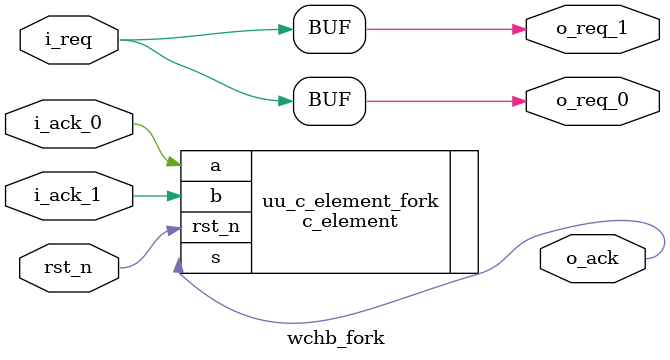
<source format=sv>
module wchb_fork #(
   /* PARAMETERS */
   parameter INIT    = 0
)(
   /* INTERFACE */
   input  logic      rst_n,
   input  logic      i_req,
   output logic      o_ack,
   output logic      o_req_0,
   input  logic      i_ack_0,
   output logic      o_req_1,
   input  logic      i_ack_1
);

   /* Assignments */
   assign o_req_0 = i_req;
   assign o_req_1 = i_req;

   /* Muller Gate */
   c_element #(
      .INIT    (INIT)
   ) uu_c_element_fork (
      .a       (i_ack_0),
      .b       (i_ack_1),
      .rst_n   (rst_n),
      .s       (o_ack)
   );

endmodule

</source>
